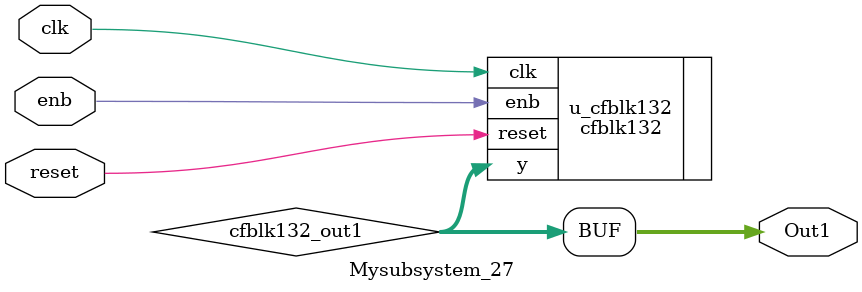
<source format=v>



`timescale 1 ns / 1 ns

module Mysubsystem_27
          (clk,
           reset,
           enb,
           Out1);


  input   clk;
  input   reset;
  input   enb;
  output  [15:0] Out1;  // uint16


  wire [15:0] cfblk132_out1;  // uint16


  cfblk132 u_cfblk132 (.clk(clk),
                       .reset(reset),
                       .enb(enb),
                       .y(cfblk132_out1)  // uint16
                       );

  assign Out1 = cfblk132_out1;

endmodule  // Mysubsystem_27


</source>
